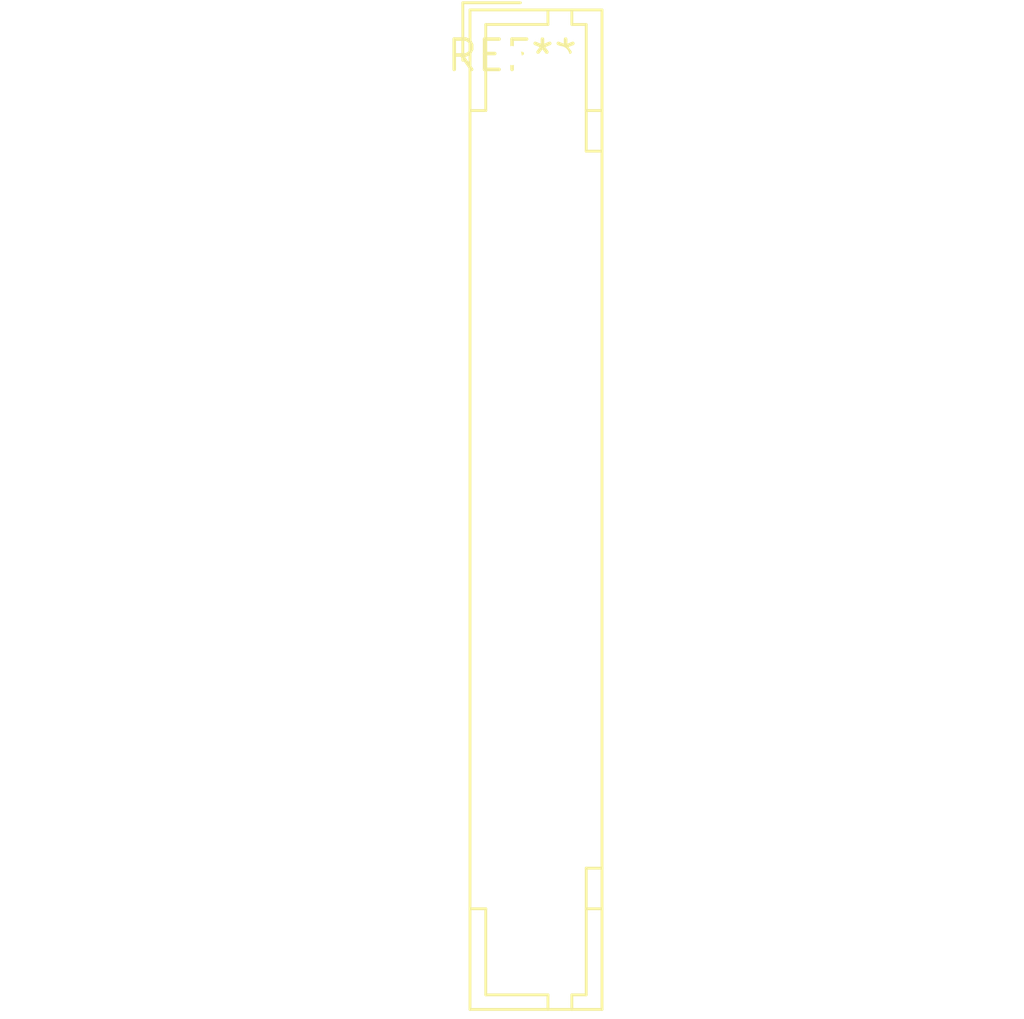
<source format=kicad_pcb>
(kicad_pcb (version 20240108) (generator pcbnew)
  (layers (0 "F.Cu" signal) (31 "B.Cu" signal) (34 "B.Paste" user) (35 "F.Paste" user) (36 "B.SilkS" user "B.Silkscreen") (37 "F.SilkS" user "F.Silkscreen") (38 "B.Mask" user) (39 "F.Mask" user) (44 "Edge.Cuts" user))
  (net 0 "")
  (footprint "JAE_LY20-40P-DT1_2x20_P2.00mm_Vertical" (layer "F.Cu") (at 0 0)
    (property "Reference" "REF**")
    (property "Value" "JAE_LY20-40P-DT1_2x20_P2.00mm_Vertical")
    (fp_line (start -2.06 -2.21) (end -2.06 0.2) (layer "F.SilkS") (stroke (width 0.12)))
    (fp_line (start -1.76 -1.91) (end -1.76 39.91) (layer "F.SilkS") (stroke (width 0.12)))
    (fp_line (start -1.76 39.91) (end 3.76 39.91) (layer "F.SilkS") (stroke (width 0.12)))
    (fp_line (start -1.1 -1.3) (end -1.1 2.3) (layer "F.SilkS") (stroke (width 0.12)))
    (fp_line (start -1.1 2.3) (end -1.76 2.3) (layer "F.SilkS") (stroke (width 0.12)))
    (fp_line (start -1.1 35.7) (end -1.76 35.7) (layer "F.SilkS") (stroke (width 0.12)))
    (fp_line (start -1.1 39.3) (end -1.1 35.7) (layer "F.SilkS") (stroke (width 0.12)))
    (fp_line (start 0.35 -2.21) (end -2.06 -2.21) (layer "F.SilkS") (stroke (width 0.12)))
    (fp_line (start 1.5 -1.91) (end 1.5 -1.3) (layer "F.SilkS") (stroke (width 0.12)))
    (fp_line (start 1.5 -1.3) (end -1.1 -1.3) (layer "F.SilkS") (stroke (width 0.12)))
    (fp_line (start 1.5 39.3) (end -1.1 39.3) (layer "F.SilkS") (stroke (width 0.12)))
    (fp_line (start 1.5 39.91) (end 1.5 39.3) (layer "F.SilkS") (stroke (width 0.12)))
    (fp_line (start 2.5 -1.91) (end 2.5 -1.3) (layer "F.SilkS") (stroke (width 0.12)))
    (fp_line (start 2.5 -1.3) (end 3.1 -1.3) (layer "F.SilkS") (stroke (width 0.12)))
    (fp_line (start 2.5 39.3) (end 3.1 39.3) (layer "F.SilkS") (stroke (width 0.12)))
    (fp_line (start 2.5 39.91) (end 2.5 39.3) (layer "F.SilkS") (stroke (width 0.12)))
    (fp_line (start 3.1 -1.3) (end 3.1 4) (layer "F.SilkS") (stroke (width 0.12)))
    (fp_line (start 3.1 4) (end 3.76 4) (layer "F.SilkS") (stroke (width 0.12)))
    (fp_line (start 3.1 34) (end 3.76 34) (layer "F.SilkS") (stroke (width 0.12)))
    (fp_line (start 3.1 39.3) (end 3.1 34) (layer "F.SilkS") (stroke (width 0.12)))
    (fp_line (start 3.76 -1.91) (end -1.76 -1.91) (layer "F.SilkS") (stroke (width 0.12)))
    (fp_line (start 3.76 2.3) (end 3.1 2.3) (layer "F.SilkS") (stroke (width 0.12)))
    (fp_line (start 3.76 35.7) (end 3.1 35.7) (layer "F.SilkS") (stroke (width 0.12)))
    (fp_line (start 3.76 39.91) (end 3.76 -1.91) (layer "F.SilkS") (stroke (width 0.12)))
    (pad "a1" thru_hole roundrect (at 0 0) (size 1.2 1.2) (drill 0.8) (layers *.Cu *.Mask) (remove_unused_layers) (roundrect_rratio 0.208333))
    (pad "a2" thru_hole circle (at 0 2) (size 1.2 1.2) (drill 0.8) (layers *.Cu *.Mask) (remove_unused_layers))
    (pad "a3" thru_hole circle (at 0 4) (size 1.2 1.2) (drill 0.8) (layers *.Cu *.Mask) (remove_unused_layers))
    (pad "a4" thru_hole circle (at 0 6) (size 1.2 1.2) (drill 0.8) (layers *.Cu *.Mask) (remove_unused_layers))
    (pad "a5" thru_hole circle (at 0 8) (size 1.2 1.2) (drill 0.8) (layers *.Cu *.Mask) (remove_unused_layers))
    (pad "a6" thru_hole circle (at 0 10) (size 1.2 1.2) (drill 0.8) (layers *.Cu *.Mask) (remove_unused_layers))
    (pad "a7" thru_hole circle (at 0 12) (size 1.2 1.2) (drill 0.8) (layers *.Cu *.Mask) (remove_unused_layers))
    (pad "a8" thru_hole circle (at 0 14) (size 1.2 1.2) (drill 0.8) (layers *.Cu *.Mask) (remove_unused_layers))
    (pad "a9" thru_hole circle (at 0 16) (size 1.2 1.2) (drill 0.8) (layers *.Cu *.Mask) (remove_unused_layers))
    (pad "a10" thru_hole circle (at 0 18) (size 1.2 1.2) (drill 0.8) (layers *.Cu *.Mask) (remove_unused_layers))
    (pad "a11" thru_hole circle (at 0 20) (size 1.2 1.2) (drill 0.8) (layers *.Cu *.Mask) (remove_unused_layers))
    (pad "a12" thru_hole circle (at 0 22) (size 1.2 1.2) (drill 0.8) (layers *.Cu *.Mask) (remove_unused_layers))
    (pad "a13" thru_hole circle (at 0 24) (size 1.2 1.2) (drill 0.8) (layers *.Cu *.Mask) (remove_unused_layers))
    (pad "a14" thru_hole circle (at 0 26) (size 1.2 1.2) (drill 0.8) (layers *.Cu *.Mask) (remove_unused_layers))
    (pad "a15" thru_hole circle (at 0 28) (size 1.2 1.2) (drill 0.8) (layers *.Cu *.Mask) (remove_unused_layers))
    (pad "a16" thru_hole circle (at 0 30) (size 1.2 1.2) (drill 0.8) (layers *.Cu *.Mask) (remove_unused_layers))
    (pad "a17" thru_hole circle (at 0 32) (size 1.2 1.2) (drill 0.8) (layers *.Cu *.Mask) (remove_unused_layers))
    (pad "a18" thru_hole circle (at 0 34) (size 1.2 1.2) (drill 0.8) (layers *.Cu *.Mask) (remove_unused_layers))
    (pad "a19" thru_hole circle (at 0 36) (size 1.2 1.2) (drill 0.8) (layers *.Cu *.Mask) (remove_unused_layers))
    (pad "a20" thru_hole circle (at 0 38) (size 1.2 1.2) (drill 0.8) (layers *.Cu *.Mask) (remove_unused_layers))
    (pad "b1" thru_hole circle (at 2 0) (size 1.2 1.2) (drill 0.8) (layers *.Cu *.Mask) (remove_unused_layers))
    (pad "b2" thru_hole circle (at 2 2) (size 1.2 1.2) (drill 0.8) (layers *.Cu *.Mask) (remove_unused_layers))
    (pad "b3" thru_hole circle (at 2 4) (size 1.2 1.2) (drill 0.8) (layers *.Cu *.Mask) (remove_unused_layers))
    (pad "b4" thru_hole circle (at 2 6) (size 1.2 1.2) (drill 0.8) (layers *.Cu *.Mask) (remove_unused_layers))
    (pad "b5" thru_hole circle (at 2 8) (size 1.2 1.2) (drill 0.8) (layers *.Cu *.Mask) (remove_unused_layers))
    (pad "b6" thru_hole circle (at 2 10) (size 1.2 1.2) (drill 0.8) (layers *.Cu *.Mask) (remove_unused_layers))
    (pad "b7" thru_hole circle (at 2 12) (size 1.2 1.2) (drill 0.8) (layers *.Cu *.Mask) (remove_unused_layers))
    (pad "b8" thru_hole circle (at 2 14) (size 1.2 1.2) (drill 0.8) (layers *.Cu *.Mask) (remove_unused_layers))
    (pad "b9" thru_hole circle (at 2 16) (size 1.2 1.2) (drill 0.8) (layers *.Cu *.Mask) (remove_unused_layers))
    (pad "b10" thru_hole circle (at 2 18) (size 1.2 1.2) (drill 0.8) (layers *.Cu *.Mask) (remove_unused_layers))
    (pad "b11" thru_hole circle (at 2 20) (size 1.2 1.2) (drill 0.8) (layers *.Cu *.Mask) (remove_unused_layers))
    (pad "b12" thru_hole circle (at 2 22) (size 1.2 1.2) (drill 0.8) (layers *.Cu *.Mask) (remove_unused_layers))
    (pad "b13" thru_hole circle (at 2 24) (size 1.2 1.2) (drill 0.8) (layers *.Cu *.Mask) (remove_unused_layers))
    (pad "b14" thru_hole circle (at 2 26) (size 1.2 1.2) (drill 0.8) (layers *.Cu *.Mask) (remove_unused_layers))
    (pad "b15" thru_hole circle (at 2 28) (size 1.2 1.2) (drill 0.8) (layers *.Cu *.Mask) (remove_unused_layers))
    (pad "b16" thru_hole circle (at 2 30) (size 1.2 1.2) (drill 0.8) (layers *.Cu *.Mask) (remove_unused_layers))
    (pad "b17" thru_hole circle (at 2 32) (size 1.2 1.2) (drill 0.8) (layers *.Cu *.Mask) (remove_unused_layers))
    (pad "b18" thru_hole circle (at 2 34) (size 1.2 1.2) (drill 0.8) (layers *.Cu *.Mask) (remove_unused_layers))
    (pad "b19" thru_hole circle (at 2 36) (size 1.2 1.2) (drill 0.8) (layers *.Cu *.Mask) (remove_unused_layers))
    (pad "b20" thru_hole circle (at 2 38) (size 1.2 1.2) (drill 0.8) (layers *.Cu *.Mask) (remove_unused_layers))
  )
)
</source>
